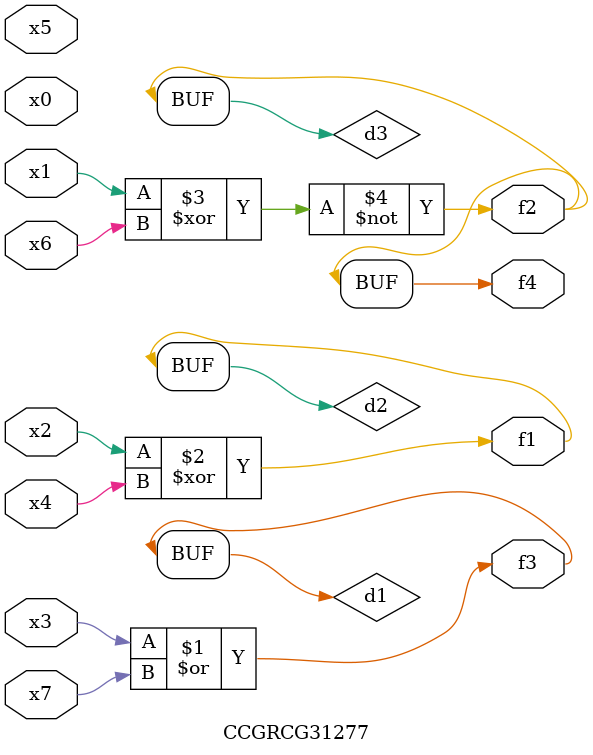
<source format=v>
module CCGRCG31277(
	input x0, x1, x2, x3, x4, x5, x6, x7,
	output f1, f2, f3, f4
);

	wire d1, d2, d3;

	or (d1, x3, x7);
	xor (d2, x2, x4);
	xnor (d3, x1, x6);
	assign f1 = d2;
	assign f2 = d3;
	assign f3 = d1;
	assign f4 = d3;
endmodule

</source>
